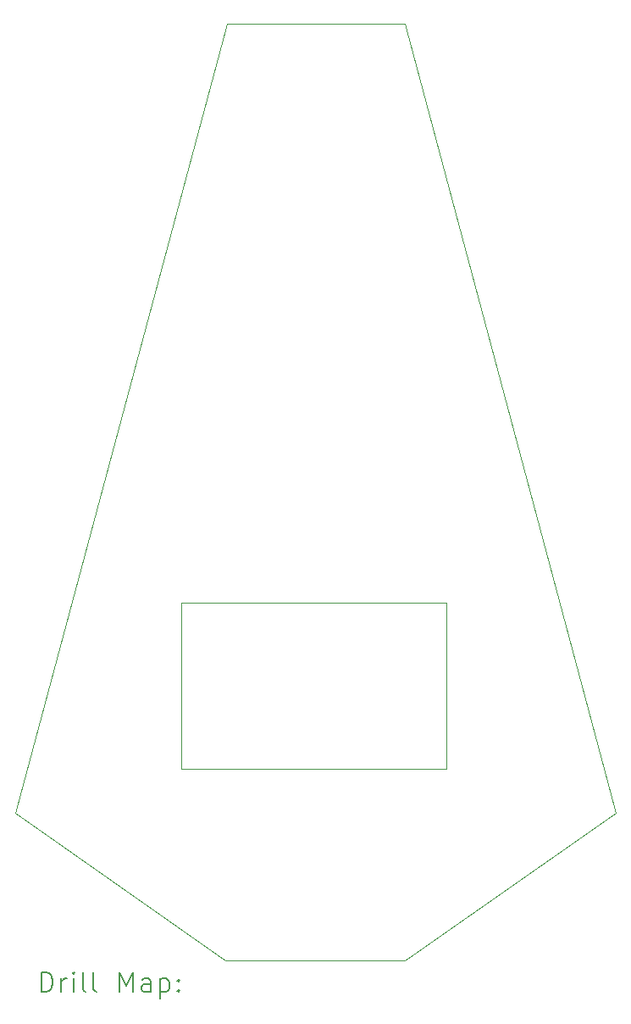
<source format=gbr>
%TF.GenerationSoftware,KiCad,Pcbnew,9.0.7*%
%TF.CreationDate,2026-02-21T19:36:55+09:00*%
%TF.ProjectId,mcu-cover,6d63752d-636f-4766-9572-2e6b69636164,rev?*%
%TF.SameCoordinates,Original*%
%TF.FileFunction,Drillmap*%
%TF.FilePolarity,Positive*%
%FSLAX45Y45*%
G04 Gerber Fmt 4.5, Leading zero omitted, Abs format (unit mm)*
G04 Created by KiCad (PCBNEW 9.0.7) date 2026-02-21 19:36:55*
%MOMM*%
%LPD*%
G01*
G04 APERTURE LIST*
%ADD10C,0.050000*%
%ADD11C,0.200000*%
G04 APERTURE END LIST*
D10*
X13253720Y-12984480D02*
X13253720Y-11320780D01*
X13705840Y-5542280D02*
X15483840Y-5542280D01*
X15900400Y-11320780D02*
X15900400Y-12984480D01*
X17594580Y-13418820D02*
X15486380Y-14894560D01*
X15483840Y-5542280D02*
X17594580Y-13418820D01*
X11592560Y-13423900D02*
X13692420Y-14894560D01*
X13253720Y-11320780D02*
X15900400Y-11320780D01*
X15900400Y-12984480D02*
X13253720Y-12984480D01*
X13705840Y-5542280D02*
X11592560Y-13423900D01*
X15486380Y-14894560D02*
X13693140Y-14894560D01*
D11*
X11850837Y-15208544D02*
X11850837Y-15008544D01*
X11850837Y-15008544D02*
X11898456Y-15008544D01*
X11898456Y-15008544D02*
X11927027Y-15018068D01*
X11927027Y-15018068D02*
X11946075Y-15037115D01*
X11946075Y-15037115D02*
X11955599Y-15056163D01*
X11955599Y-15056163D02*
X11965122Y-15094258D01*
X11965122Y-15094258D02*
X11965122Y-15122829D01*
X11965122Y-15122829D02*
X11955599Y-15160925D01*
X11955599Y-15160925D02*
X11946075Y-15179972D01*
X11946075Y-15179972D02*
X11927027Y-15199020D01*
X11927027Y-15199020D02*
X11898456Y-15208544D01*
X11898456Y-15208544D02*
X11850837Y-15208544D01*
X12050837Y-15208544D02*
X12050837Y-15075210D01*
X12050837Y-15113306D02*
X12060361Y-15094258D01*
X12060361Y-15094258D02*
X12069884Y-15084734D01*
X12069884Y-15084734D02*
X12088932Y-15075210D01*
X12088932Y-15075210D02*
X12107980Y-15075210D01*
X12174646Y-15208544D02*
X12174646Y-15075210D01*
X12174646Y-15008544D02*
X12165122Y-15018068D01*
X12165122Y-15018068D02*
X12174646Y-15027591D01*
X12174646Y-15027591D02*
X12184170Y-15018068D01*
X12184170Y-15018068D02*
X12174646Y-15008544D01*
X12174646Y-15008544D02*
X12174646Y-15027591D01*
X12298456Y-15208544D02*
X12279408Y-15199020D01*
X12279408Y-15199020D02*
X12269884Y-15179972D01*
X12269884Y-15179972D02*
X12269884Y-15008544D01*
X12403218Y-15208544D02*
X12384170Y-15199020D01*
X12384170Y-15199020D02*
X12374646Y-15179972D01*
X12374646Y-15179972D02*
X12374646Y-15008544D01*
X12631789Y-15208544D02*
X12631789Y-15008544D01*
X12631789Y-15008544D02*
X12698456Y-15151401D01*
X12698456Y-15151401D02*
X12765122Y-15008544D01*
X12765122Y-15008544D02*
X12765122Y-15208544D01*
X12946075Y-15208544D02*
X12946075Y-15103782D01*
X12946075Y-15103782D02*
X12936551Y-15084734D01*
X12936551Y-15084734D02*
X12917503Y-15075210D01*
X12917503Y-15075210D02*
X12879408Y-15075210D01*
X12879408Y-15075210D02*
X12860361Y-15084734D01*
X12946075Y-15199020D02*
X12927027Y-15208544D01*
X12927027Y-15208544D02*
X12879408Y-15208544D01*
X12879408Y-15208544D02*
X12860361Y-15199020D01*
X12860361Y-15199020D02*
X12850837Y-15179972D01*
X12850837Y-15179972D02*
X12850837Y-15160925D01*
X12850837Y-15160925D02*
X12860361Y-15141877D01*
X12860361Y-15141877D02*
X12879408Y-15132353D01*
X12879408Y-15132353D02*
X12927027Y-15132353D01*
X12927027Y-15132353D02*
X12946075Y-15122829D01*
X13041313Y-15075210D02*
X13041313Y-15275210D01*
X13041313Y-15084734D02*
X13060361Y-15075210D01*
X13060361Y-15075210D02*
X13098456Y-15075210D01*
X13098456Y-15075210D02*
X13117503Y-15084734D01*
X13117503Y-15084734D02*
X13127027Y-15094258D01*
X13127027Y-15094258D02*
X13136551Y-15113306D01*
X13136551Y-15113306D02*
X13136551Y-15170448D01*
X13136551Y-15170448D02*
X13127027Y-15189496D01*
X13127027Y-15189496D02*
X13117503Y-15199020D01*
X13117503Y-15199020D02*
X13098456Y-15208544D01*
X13098456Y-15208544D02*
X13060361Y-15208544D01*
X13060361Y-15208544D02*
X13041313Y-15199020D01*
X13222265Y-15189496D02*
X13231789Y-15199020D01*
X13231789Y-15199020D02*
X13222265Y-15208544D01*
X13222265Y-15208544D02*
X13212742Y-15199020D01*
X13212742Y-15199020D02*
X13222265Y-15189496D01*
X13222265Y-15189496D02*
X13222265Y-15208544D01*
X13222265Y-15084734D02*
X13231789Y-15094258D01*
X13231789Y-15094258D02*
X13222265Y-15103782D01*
X13222265Y-15103782D02*
X13212742Y-15094258D01*
X13212742Y-15094258D02*
X13222265Y-15084734D01*
X13222265Y-15084734D02*
X13222265Y-15103782D01*
M02*

</source>
